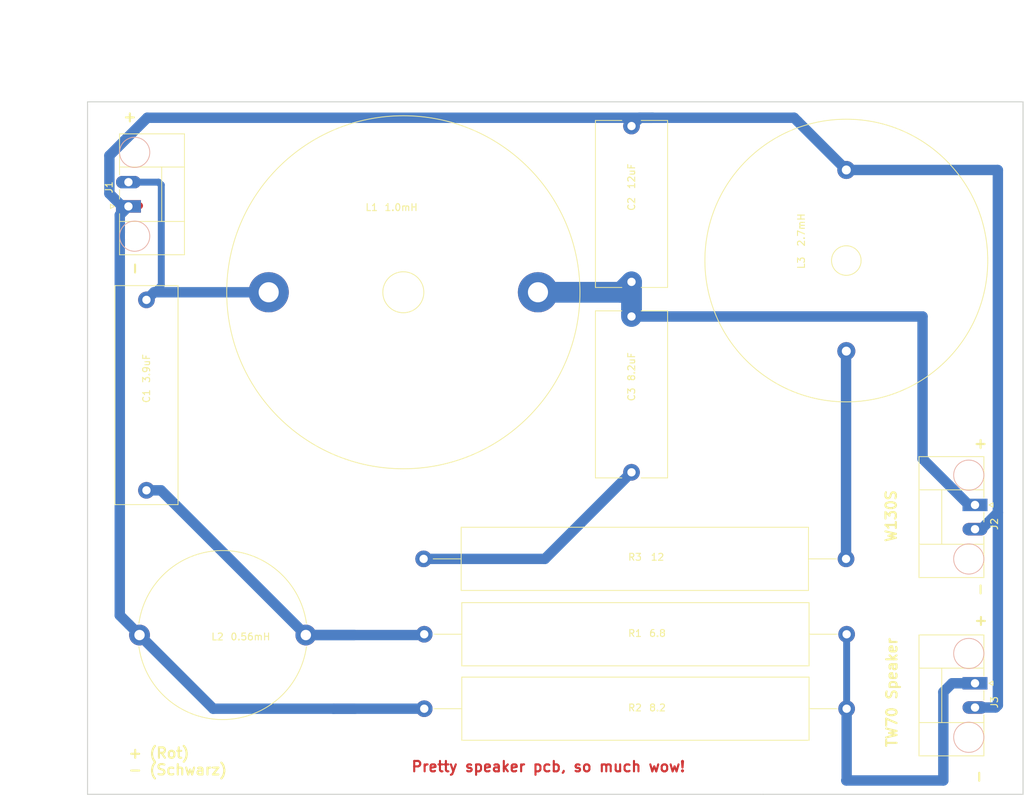
<source format=kicad_pcb>
(kicad_pcb (version 20170922) (host pcbnew "(2017-10-08 revision 246f8ca)-master")

(general
  (thickness 1.6)
  (drawings 18)
  (tracks 57)
  (zones 0)
  (modules 12)
  (nets 8)
)

(page A4)
(layers
  (0 F.Cu signal)
  (31 B.Cu signal)
  (32 B.Adhes user)
  (33 F.Adhes user)
  (34 B.Paste user)
  (35 F.Paste user)
  (36 B.SilkS user)
  (37 F.SilkS user)
  (38 B.Mask user)
  (39 F.Mask user)
  (40 Dwgs.User user)
  (41 Cmts.User user)
  (42 Eco1.User user)
  (43 Eco2.User user)
  (44 Edge.Cuts user)
  (45 Margin user)
  (46 B.CrtYd user)
  (47 F.CrtYd user)
  (48 B.Fab user)
  (49 F.Fab user)
)


(general
  (thickness 1.6)
  (drawings 18)
  (tracks 57)
  (zones 0)
  (modules 12)
  (nets 8)
)

(page A4)
(layers
  (0 F.Cu signal)
  (31 B.Cu signal)
  (32 B.Adhes user)
  (33 F.Adhes user)
  (34 B.Paste user)
  (35 F.Paste user)
  (36 B.SilkS user)
  (37 F.SilkS user)
  (38 B.Mask user)
  (39 F.Mask user)
  (40 Dwgs.User user)
  (41 Cmts.User user)
  (42 Eco1.User user)
  (43 Eco2.User user)
  (44 Edge.Cuts user)
  (45 Margin user)
  (46 B.CrtYd user)
  (47 F.CrtYd user)
  (48 B.Fab user)
  (49 F.Fab user)
)

(setup
  (last_trace_width 0.25)
  (trace_clearance 0.2)
  (zone_clearance 0.508)
  (zone_45_only no)
  (trace_min 0.2)
  (segment_width 0.2)
  (edge_width 0.15)
  (via_size 0.8)
  (via_drill 0.4)
  (via_min_size 0.4)
  (via_min_drill 0.3)
  (uvia_size 0.3)
  (uvia_drill 0.1)
  (uvias_allowed no)
  (uvia_min_size 0.2)
  (uvia_min_drill 0.1)
  (pcb_text_width 0.3)
  (pcb_text_size 1.5 1.5)
  (mod_edge_width 0.15)
  (mod_text_size 1 1)
  (mod_text_width 0.15)
  (pad_size 1.524 1.524)
  (pad_drill 0.762)
  (pad_to_mask_clearance 0.2)
  (aux_axis_origin 35 156)
  (visible_elements FFFFFF7F)
  (pcbplotparams
    (layerselection 0x00030_ffffffff)
    (usegerberextensions false)
    (usegerberattributes true)
    (usegerberadvancedattributes true)
    (creategerberjobfile true)
    (excludeedgelayer true)
    (linewidth 0.100000)
    (plotframeref false)
    (viasonmask false)
    (mode 1)
    (useauxorigin false)
    (hpglpennumber 1)
    (hpglpenspeed 20)
    (hpglpendiameter 15)
    (psnegative false)
    (psa4output false)
    (plotreference true)
    (plotvalue true)
    (plotinvisibletext false)
    (padsonsilk false)
    (subtractmaskfromsilk false)
    (outputformat 1)
    (mirror false)
    (drillshape 1)
    (scaleselection 1)
    (outputdirectory ""))
)

(net 0 "")
(net 1 "Net-(C1-Pad1)")
(net 2 "Net-(J3-Pad1)")
(net 3 "Net-(C2-Pad2)")
(net 4 "Net-(L3-Pad1)")
(net 5 "Net-(C3-Pad2)")
(net 6 "Net-(C1-Pad2)")
(net 7 "Net-(C2-Pad1)")

(net_class Default "This is the default net class."
  (clearance 0.2)
  (trace_width 0.25)
  (via_dia 0.8)
  (via_drill 0.4)
  (uvia_dia 0.3)
  (uvia_drill 0.1)
  (add_net "Net-(C1-Pad1)")
  (add_net "Net-(C1-Pad2)")
  (add_net "Net-(C2-Pad1)")
  (add_net "Net-(C2-Pad2)")
  (add_net "Net-(C3-Pad2)")
  (add_net "Net-(J3-Pad1)")
  (add_net "Net-(L3-Pad1)")
)

(net_class "Large track" ""
  (clearance 0.2)
  (trace_width 1)
  (via_dia 0.8)
  (via_drill 0.4)
  (uvia_dia 0.3)
  (uvia_drill 0.1)
)

  (module Capacitors_THT:C_Rect_L24.0mm_W10.3mm_P22.50mm_MKT (layer F.Cu) (tedit 5B55824E) (tstamp 5B55C3AE)
    (at 126 86 270)
    (descr "C, Rect series, Radial, pin pitch=22.50mm, , length*width=24*10.3mm^2, Capacitor, https://en.tdk.eu/inf/1/1/db/fc_2009/MKT_B32560_564.pdf")
    (tags "C Rect series Radial pin pitch 22.50mm  length 24mm width 10.3mm Capacitor")
    (path /5B54AEF8)
    (fp_text reference C3 (at 11.25 0 270) (layer F.SilkS)
      (effects (font (size 1 1) (thickness 0.15)))
    )
    (fp_text value 8.2uF (at 7.25 0 270) (layer F.SilkS)
      (effects (font (size 1 1) (thickness 0.15)))
    )
    (fp_line (start -0.75 -5.15) (end -0.75 5.15) (layer F.Fab) (width 0.1))
    (fp_line (start -0.75 5.15) (end 23.25 5.15) (layer F.Fab) (width 0.1))
    (fp_line (start 23.25 5.15) (end 23.25 -5.15) (layer F.Fab) (width 0.1))
    (fp_line (start 23.25 -5.15) (end -0.75 -5.15) (layer F.Fab) (width 0.1))
    (fp_line (start -0.81 -5.21) (end 23.31 -5.21) (layer F.SilkS) (width 0.12))
    (fp_line (start -0.81 5.21) (end 23.31 5.21) (layer F.SilkS) (width 0.12))
    (fp_line (start -0.81 -5.21) (end -0.81 -1.395) (layer F.SilkS) (width 0.12))
    (fp_line (start -0.81 1.395) (end -0.81 5.21) (layer F.SilkS) (width 0.12))
    (fp_line (start 23.31 -5.21) (end 23.31 -1.395) (layer F.SilkS) (width 0.12))
    (fp_line (start 23.31 1.395) (end 23.31 5.21) (layer F.SilkS) (width 0.12))
    (fp_line (start -1.45 -5.5) (end -1.45 5.5) (layer F.CrtYd) (width 0.05))
    (fp_line (start -1.45 5.5) (end 23.95 5.5) (layer F.CrtYd) (width 0.05))
    (fp_line (start 23.95 5.5) (end 23.95 -5.5) (layer F.CrtYd) (width 0.05))
    (fp_line (start 23.95 -5.5) (end -1.45 -5.5) (layer F.CrtYd) (width 0.05))
    (fp_text user %R (at 11.25 0 270) (layer F.Fab)
      (effects (font (size 1 1) (thickness 0.15)))
    )
    (pad 1 thru_hole circle (at 0 0 270) (size 2.4 2.4) (drill 1.2) (layers *.Cu *.Mask)
      (net 7 "Net-(C2-Pad1)"))
    (pad 2 thru_hole circle (at 22.5 0 270) (size 2.4 2.4) (drill 1.2) (layers *.Cu *.Mask)
      (net 5 "Net-(C3-Pad2)"))
    (model ${KISYS3DMOD}/Capacitors_THT.3dshapes/C_Rect_L24.0mm_W10.3mm_P22.50mm_MKT.wrl
      (at (xyz 0 0 0))
      (scale (xyz 1 1 1))
      (rotate (xyz 0 0 0))
    )
  )

  (module Capacitors_THT:C_Rect_L24.0mm_W10.3mm_P22.50mm_MKT (layer F.Cu) (tedit 5B55823F) (tstamp 5B55C39A)
    (at 126 81 90)
    (descr "C, Rect series, Radial, pin pitch=22.50mm, , length*width=24*10.3mm^2, Capacitor, https://en.tdk.eu/inf/1/1/db/fc_2009/MKT_B32560_564.pdf")
    (tags "C Rect series Radial pin pitch 22.50mm  length 24mm width 10.3mm Capacitor")
    (path /5B54AE72)
    (fp_text reference C2 (at 11.25 0 90) (layer F.SilkS)
      (effects (font (size 1 1) (thickness 0.15)))
    )
    (fp_text value 12uF (at 15.25 0 90) (layer F.SilkS)
      (effects (font (size 1 1) (thickness 0.15)))
    )
    (fp_text user %R (at 11.25 0 90) (layer F.Fab)
      (effects (font (size 1 1) (thickness 0.15)))
    )
    (fp_line (start 23.95 -5.5) (end -1.45 -5.5) (layer F.CrtYd) (width 0.05))
    (fp_line (start 23.95 5.5) (end 23.95 -5.5) (layer F.CrtYd) (width 0.05))
    (fp_line (start -1.45 5.5) (end 23.95 5.5) (layer F.CrtYd) (width 0.05))
    (fp_line (start -1.45 -5.5) (end -1.45 5.5) (layer F.CrtYd) (width 0.05))
    (fp_line (start 23.31 1.395) (end 23.31 5.21) (layer F.SilkS) (width 0.12))
    (fp_line (start 23.31 -5.21) (end 23.31 -1.395) (layer F.SilkS) (width 0.12))
    (fp_line (start -0.81 1.395) (end -0.81 5.21) (layer F.SilkS) (width 0.12))
    (fp_line (start -0.81 -5.21) (end -0.81 -1.395) (layer F.SilkS) (width 0.12))
    (fp_line (start -0.81 5.21) (end 23.31 5.21) (layer F.SilkS) (width 0.12))
    (fp_line (start -0.81 -5.21) (end 23.31 -5.21) (layer F.SilkS) (width 0.12))
    (fp_line (start 23.25 -5.15) (end -0.75 -5.15) (layer F.Fab) (width 0.1))
    (fp_line (start 23.25 5.15) (end 23.25 -5.15) (layer F.Fab) (width 0.1))
    (fp_line (start -0.75 5.15) (end 23.25 5.15) (layer F.Fab) (width 0.1))
    (fp_line (start -0.75 -5.15) (end -0.75 5.15) (layer F.Fab) (width 0.1))
    (pad 2 thru_hole circle (at 22.5 0 90) (size 2.4 2.4) (drill 1.2) (layers *.Cu *.Mask)
      (net 3 "Net-(C2-Pad2)"))
    (pad 1 thru_hole circle (at 0 0 90) (size 2.4 2.4) (drill 1.2) (layers *.Cu *.Mask)
      (net 7 "Net-(C2-Pad1)"))
    (model ${KISYS3DMOD}/Capacitors_THT.3dshapes/C_Rect_L24.0mm_W10.3mm_P22.50mm_MKT.wrl
      (at (xyz 0 0 0))
      (scale (xyz 1 1 1))
      (rotate (xyz 0 0 0))
    )
  )

  (module Capacitors_THT:C_Rect_L31.5mm_W9.0mm_P27.50mm_MKS4 (layer F.Cu) (tedit 5B55820C) (tstamp 5B55C388)
    (at 56 111.1 90)
    (descr "C, Rect series, Radial, pin pitch=27.50mm, , length*width=31.5*9mm^2, Capacitor, http://www.wima.com/EN/WIMA_MKS_4.pdf")
    (tags "C Rect series Radial pin pitch 27.50mm  length 31.5mm width 9mm Capacitor")
    (path /5B54B301)
    (fp_text reference C1 (at 13.6 0 90) (layer F.SilkS)
      (effects (font (size 1 1) (thickness 0.15)))
    )
    (fp_text value 3.9uF (at 17.6 0 90) (layer F.SilkS)
      (effects (font (size 1 1) (thickness 0.15)))
    )
    (fp_text user %R (at 13.75 0 90) (layer F.Fab)
      (effects (font (size 1 1) (thickness 0.15)))
    )
    (fp_line (start 29.85 -4.85) (end -2.35 -4.85) (layer F.CrtYd) (width 0.05))
    (fp_line (start 29.85 4.85) (end 29.85 -4.85) (layer F.CrtYd) (width 0.05))
    (fp_line (start -2.35 4.85) (end 29.85 4.85) (layer F.CrtYd) (width 0.05))
    (fp_line (start -2.35 -4.85) (end -2.35 4.85) (layer F.CrtYd) (width 0.05))
    (fp_line (start 29.56 -4.56) (end 29.56 4.56) (layer F.SilkS) (width 0.12))
    (fp_line (start -2.06 -4.56) (end -2.06 4.56) (layer F.SilkS) (width 0.12))
    (fp_line (start -2.06 4.56) (end 29.56 4.56) (layer F.SilkS) (width 0.12))
    (fp_line (start -2.06 -4.56) (end 29.56 -4.56) (layer F.SilkS) (width 0.12))
    (fp_line (start 29.5 -4.5) (end -2 -4.5) (layer F.Fab) (width 0.1))
    (fp_line (start 29.5 4.5) (end 29.5 -4.5) (layer F.Fab) (width 0.1))
    (fp_line (start -2 4.5) (end 29.5 4.5) (layer F.Fab) (width 0.1))
    (fp_line (start -2 -4.5) (end -2 4.5) (layer F.Fab) (width 0.1))
    (pad 2 thru_hole circle (at 27.5 0 90) (size 2.4 2.4) (drill 1.2) (layers *.Cu *.Mask)
      (net 6 "Net-(C1-Pad2)"))
    (pad 1 thru_hole circle (at 0 0 90) (size 2.4 2.4) (drill 1.2) (layers *.Cu *.Mask)
      (net 1 "Net-(C1-Pad1)"))
    (model ${KISYS3DMOD}/Capacitors_THT.3dshapes/C_Rect_L31.5mm_W9.0mm_P27.50mm_MKS4.wrl
      (at (xyz 0 0 0))
      (scale (xyz 1 1 1))
      (rotate (xyz 0 0 0))
    )
  )

  (module Connectors_Phoenix:PhoenixContact_MC-GF_02x3.50mm_Angled_ThreadedFlange_MountHole (layer F.Cu) (tedit 59566E61) (tstamp 5B556DE9)
    (at 175.570661 138.962581 270)
    (descr "Generic Phoenix Contact connector footprint for series: MC-GF; number of pins: 02; pin pitch: 3.50mm; Angled; threaded flange; footprint includes mount hole for mounting screw: ISO 1481-ST 2.2x4.5 C or ISO 7049-ST 2.2x4.5 C (http://www.fasteners.eu/standards/ISO/7049/) || order number: 1843790 8A 160V")
    (tags "phoenix_contact connector MC_01x02_GF_3.5mm_MH")
    (path /5B54AB62)
    (fp_text reference J3 (at 2.75 -2.8 270) (layer F.SilkS)
      (effects (font (size 1 1) (thickness 0.15)))
    )
    (fp_text value Conn_01x02 (at 1.75 9 270) (layer F.Fab)
      (effects (font (size 1 1) (thickness 0.15)))
    )
    (fp_text user %R (at 1.75 3 270) (layer F.Fab)
      (effects (font (size 1 1) (thickness 0.15)))
    )
    (fp_line (start 0 0) (end -0.8 -1.2) (layer F.Fab) (width 0.1))
    (fp_line (start 0.8 -1.2) (end 0 0) (layer F.Fab) (width 0.1))
    (fp_line (start -0.3 -2.6) (end 0.3 -2.6) (layer F.SilkS) (width 0.12))
    (fp_line (start 0 -2) (end -0.3 -2.6) (layer F.SilkS) (width 0.12))
    (fp_line (start 0.3 -2.6) (end 0 -2) (layer F.SilkS) (width 0.12))
    (fp_line (start 10.9 -2.3) (end -7.48 -2.3) (layer F.CrtYd) (width 0.05))
    (fp_line (start 10.9 8.5) (end 10.9 -2.3) (layer F.CrtYd) (width 0.05))
    (fp_line (start -7.48 8.5) (end 10.9 8.5) (layer F.CrtYd) (width 0.05))
    (fp_line (start -7.48 -2.3) (end -7.48 8.5) (layer F.CrtYd) (width 0.05))
    (fp_line (start 5.68 -1.28) (end 5.68 8.08) (layer F.SilkS) (width 0.12))
    (fp_line (start -2.18 -1.28) (end -2.18 8.08) (layer F.SilkS) (width 0.12))
    (fp_line (start -2.18 4.8) (end 5.68 4.8) (layer F.SilkS) (width 0.12))
    (fp_line (start 10.4 -1.2) (end -6.9 -1.2) (layer F.Fab) (width 0.1))
    (fp_line (start 10.4 8) (end 10.4 -1.2) (layer F.Fab) (width 0.1))
    (fp_line (start -6.9 8) (end 10.4 8) (layer F.Fab) (width 0.1))
    (fp_line (start -6.9 -1.2) (end -6.9 8) (layer F.Fab) (width 0.1))
    (fp_line (start 1.05 -1.28) (end 2.45 -1.28) (layer F.SilkS) (width 0.12))
    (fp_line (start 10.48 -1.28) (end 4.55 -1.28) (layer F.SilkS) (width 0.12))
    (fp_line (start -6.98 -1.28) (end -1.05 -1.28) (layer F.SilkS) (width 0.12))
    (fp_line (start 10.48 8.08) (end 10.48 -1.28) (layer F.SilkS) (width 0.12))
    (fp_line (start -6.98 8.08) (end 10.48 8.08) (layer F.SilkS) (width 0.12))
    (fp_line (start -6.98 -1.28) (end -6.98 8.08) (layer F.SilkS) (width 0.12))
    (fp_circle (center -4.3 0.9) (end -1.7 0.9) (layer B.CrtYd) (width 0.05))
    (fp_circle (center 7.8 0.9) (end 10.4 0.9) (layer B.CrtYd) (width 0.05))
    (fp_circle (center -4.3 0.9) (end -2.2 0.9) (layer B.Fab) (width 0.1))
    (fp_circle (center 7.8 0.9) (end 9.9 0.9) (layer B.Fab) (width 0.1))
    (fp_circle (center 7.8 0.9) (end 9.98 0.9) (layer B.SilkS) (width 0.12))
    (fp_circle (center -4.3 0.9) (end -2.12 0.9) (layer B.SilkS) (width 0.12))
    (pad "" np_thru_hole circle (at 7.8 0.9 270) (size 2.4 2.4) (drill 2.4) (layers *.Cu *.Mask))
    (pad "" np_thru_hole circle (at -4.3 0.9 270) (size 2.4 2.4) (drill 2.4) (layers *.Cu *.Mask))
    (pad 2 thru_hole oval (at 3.5 0 270) (size 1.8 3.6) (drill 1.2) (layers *.Cu *.Mask)
      (net 3 "Net-(C2-Pad2)"))
    (pad 1 thru_hole rect (at 0 0 270) (size 1.8 3.6) (drill 1.2) (layers *.Cu *.Mask)
      (net 2 "Net-(J3-Pad1)"))
    (model ${KISYS3DMOD}/Connectors_Phoenix.3dshapes/PhoenixContact_MC-GF_02x3.50mm_Angled_ThreadedFlange_MountHole.wrl
      (at (xyz 0 0 0))
      (scale (xyz 1 1 1))
      (rotate (xyz 0 0 0))
    )
  )

  (module Connectors_Phoenix:PhoenixContact_MC-GF_02x3.50mm_Angled_ThreadedFlange_MountHole (layer F.Cu) (tedit 59566E61) (tstamp 5B556DC4)
    (at 175.570661 113.212581 270)
    (descr "Generic Phoenix Contact connector footprint for series: MC-GF; number of pins: 02; pin pitch: 3.50mm; Angled; threaded flange; footprint includes mount hole for mounting screw: ISO 1481-ST 2.2x4.5 C or ISO 7049-ST 2.2x4.5 C (http://www.fasteners.eu/standards/ISO/7049/) || order number: 1843790 8A 160V")
    (tags "phoenix_contact connector MC_01x02_GF_3.5mm_MH")
    (path /5B54AAA7)
    (fp_text reference J2 (at 2.75 -2.8 270) (layer F.SilkS)
      (effects (font (size 1 1) (thickness 0.15)))
    )
    (fp_text value Conn_01x02 (at 1.75 9 270) (layer F.Fab)
      (effects (font (size 1 1) (thickness 0.15)))
    )
    (fp_circle (center -4.3 0.9) (end -2.12 0.9) (layer B.SilkS) (width 0.12))
    (fp_circle (center 7.8 0.9) (end 9.98 0.9) (layer B.SilkS) (width 0.12))
    (fp_circle (center 7.8 0.9) (end 9.9 0.9) (layer B.Fab) (width 0.1))
    (fp_circle (center -4.3 0.9) (end -2.2 0.9) (layer B.Fab) (width 0.1))
    (fp_circle (center 7.8 0.9) (end 10.4 0.9) (layer B.CrtYd) (width 0.05))
    (fp_circle (center -4.3 0.9) (end -1.7 0.9) (layer B.CrtYd) (width 0.05))
    (fp_line (start -6.98 -1.28) (end -6.98 8.08) (layer F.SilkS) (width 0.12))
    (fp_line (start -6.98 8.08) (end 10.48 8.08) (layer F.SilkS) (width 0.12))
    (fp_line (start 10.48 8.08) (end 10.48 -1.28) (layer F.SilkS) (width 0.12))
    (fp_line (start -6.98 -1.28) (end -1.05 -1.28) (layer F.SilkS) (width 0.12))
    (fp_line (start 10.48 -1.28) (end 4.55 -1.28) (layer F.SilkS) (width 0.12))
    (fp_line (start 1.05 -1.28) (end 2.45 -1.28) (layer F.SilkS) (width 0.12))
    (fp_line (start -6.9 -1.2) (end -6.9 8) (layer F.Fab) (width 0.1))
    (fp_line (start -6.9 8) (end 10.4 8) (layer F.Fab) (width 0.1))
    (fp_line (start 10.4 8) (end 10.4 -1.2) (layer F.Fab) (width 0.1))
    (fp_line (start 10.4 -1.2) (end -6.9 -1.2) (layer F.Fab) (width 0.1))
    (fp_line (start -2.18 4.8) (end 5.68 4.8) (layer F.SilkS) (width 0.12))
    (fp_line (start -2.18 -1.28) (end -2.18 8.08) (layer F.SilkS) (width 0.12))
    (fp_line (start 5.68 -1.28) (end 5.68 8.08) (layer F.SilkS) (width 0.12))
    (fp_line (start -7.48 -2.3) (end -7.48 8.5) (layer F.CrtYd) (width 0.05))
    (fp_line (start -7.48 8.5) (end 10.9 8.5) (layer F.CrtYd) (width 0.05))
    (fp_line (start 10.9 8.5) (end 10.9 -2.3) (layer F.CrtYd) (width 0.05))
    (fp_line (start 10.9 -2.3) (end -7.48 -2.3) (layer F.CrtYd) (width 0.05))
    (fp_line (start 0.3 -2.6) (end 0 -2) (layer F.SilkS) (width 0.12))
    (fp_line (start 0 -2) (end -0.3 -2.6) (layer F.SilkS) (width 0.12))
    (fp_line (start -0.3 -2.6) (end 0.3 -2.6) (layer F.SilkS) (width 0.12))
    (fp_line (start 0.8 -1.2) (end 0 0) (layer F.Fab) (width 0.1))
    (fp_line (start 0 0) (end -0.8 -1.2) (layer F.Fab) (width 0.1))
    (fp_text user %R (at 1.75 3 270) (layer F.Fab)
      (effects (font (size 1 1) (thickness 0.15)))
    )
    (pad 1 thru_hole rect (at 0 0 270) (size 1.8 3.6) (drill 1.2) (layers *.Cu *.Mask)
      (net 7 "Net-(C2-Pad1)"))
    (pad 2 thru_hole oval (at 3.5 0 270) (size 1.8 3.6) (drill 1.2) (layers *.Cu *.Mask)
      (net 3 "Net-(C2-Pad2)"))
    (pad "" np_thru_hole circle (at -4.3 0.9 270) (size 2.4 2.4) (drill 2.4) (layers *.Cu *.Mask))
    (pad "" np_thru_hole circle (at 7.8 0.9 270) (size 2.4 2.4) (drill 2.4) (layers *.Cu *.Mask))
    (model ${KISYS3DMOD}/Connectors_Phoenix.3dshapes/PhoenixContact_MC-GF_02x3.50mm_Angled_ThreadedFlange_MountHole.wrl
      (at (xyz 0 0 0))
      (scale (xyz 1 1 1))
      (rotate (xyz 0 0 0))
    )
  )

  (module Connectors_Phoenix:PhoenixContact_MC-GF_02x3.50mm_Angled_ThreadedFlange_MountHole (layer F.Cu) (tedit 5B55827A) (tstamp 5B556D9F)
    (at 53.4 70.1 90)
    (descr "Generic Phoenix Contact connector footprint for series: MC-GF; number of pins: 02; pin pitch: 3.50mm; Angled; threaded flange; footprint includes mount hole for mounting screw: ISO 1481-ST 2.2x4.5 C or ISO 7049-ST 2.2x4.5 C (http://www.fasteners.eu/standards/ISO/7049/) || order number: 1843790 8A 160V")
    (tags "phoenix_contact connector MC_01x02_GF_3.5mm_MH")
    (path /5B54A9EF)
    (fp_text reference J1 (at 2.75 -2.8 90) (layer F.SilkS)
      (effects (font (size 1 1) (thickness 0.15)))
    )
    (fp_text value Conn_01x02 (at 1.75 9 90) (layer F.Fab)
      (effects (font (size 1 1) (thickness 0.15)))
    )
    (fp_text user %R (at 1.75 3 90) (layer F.Fab)
      (effects (font (size 1 1) (thickness 0.15)))
    )
    (fp_line (start 0 0) (end -0.8 -1.2) (layer F.Fab) (width 0.1))
    (fp_line (start 0.8 -1.2) (end 0 0) (layer F.Fab) (width 0.1))
    (fp_line (start -0.3 -2.6) (end 0.3 -2.6) (layer F.SilkS) (width 0.12))
    (fp_line (start 0 -2) (end -0.3 -2.6) (layer F.SilkS) (width 0.12))
    (fp_line (start 0.3 -2.6) (end 0 -2) (layer F.SilkS) (width 0.12))
    (fp_line (start 10.9 -2.3) (end -7.48 -2.3) (layer F.CrtYd) (width 0.05))
    (fp_line (start 10.9 8.5) (end 10.9 -2.3) (layer F.CrtYd) (width 0.05))
    (fp_line (start -7.48 8.5) (end 10.9 8.5) (layer F.CrtYd) (width 0.05))
    (fp_line (start -7.48 -2.3) (end -7.48 8.5) (layer F.CrtYd) (width 0.05))
    (fp_line (start 5.68 -1.28) (end 5.68 8.08) (layer F.SilkS) (width 0.12))
    (fp_line (start -2.18 -1.28) (end -2.18 8.08) (layer F.SilkS) (width 0.12))
    (fp_line (start -2.18 4.8) (end 5.68 4.8) (layer F.SilkS) (width 0.12))
    (fp_line (start 10.4 -1.2) (end -6.9 -1.2) (layer F.Fab) (width 0.1))
    (fp_line (start 10.4 8) (end 10.4 -1.2) (layer F.Fab) (width 0.1))
    (fp_line (start -6.9 8) (end 10.4 8) (layer F.Fab) (width 0.1))
    (fp_line (start -6.9 -1.2) (end -6.9 8) (layer F.Fab) (width 0.1))
    (fp_line (start 1.05 -1.28) (end 2.45 -1.28) (layer F.SilkS) (width 0.12))
    (fp_line (start 10.48 -1.28) (end 4.55 -1.28) (layer F.SilkS) (width 0.12))
    (fp_line (start -6.98 -1.28) (end -1.05 -1.28) (layer F.SilkS) (width 0.12))
    (fp_line (start 10.48 8.08) (end 10.48 -1.28) (layer F.SilkS) (width 0.12))
    (fp_line (start -6.98 8.08) (end 10.48 8.08) (layer F.SilkS) (width 0.12))
    (fp_line (start -6.98 -1.28) (end -6.98 8.08) (layer F.SilkS) (width 0.12))
    (fp_circle (center -4.3 0.9) (end -1.7 0.9) (layer B.CrtYd) (width 0.05))
    (fp_circle (center 7.8 0.9) (end 10.4 0.9) (layer B.CrtYd) (width 0.05))
    (fp_circle (center -4.3 0.9) (end -2.2 0.9) (layer B.Fab) (width 0.1))
    (fp_circle (center 7.8 0.9) (end 9.9 0.9) (layer B.Fab) (width 0.1))
    (fp_circle (center 7.8 0.9) (end 9.98 0.9) (layer B.SilkS) (width 0.12))
    (fp_circle (center -4.3 0.9) (end -2.12 0.9) (layer B.SilkS) (width 0.12))
    (pad "" np_thru_hole circle (at 7.8 0.9 90) (size 2.4 2.4) (drill 2.4) (layers *.Cu *.Mask))
    (pad "" np_thru_hole circle (at -4.3 0.9 90) (size 2.4 2.4) (drill 2.4) (layers *.Cu *.Mask))
    (pad 2 thru_hole oval (at 3.5 0 90) (size 1.8 3.6) (drill 1.2) (layers *.Cu *.Mask)
      (net 6 "Net-(C1-Pad2)"))
    (pad 1 thru_hole rect (at 0 0 90) (size 1.8 3.6) (drill 1.2) (layers *.Cu *.Mask)
      (net 3 "Net-(C2-Pad2)"))
    (model ${KISYS3DMOD}/Connectors_Phoenix.3dshapes/PhoenixContact_MC-GF_02x3.50mm_Angled_ThreadedFlange_MountHole.wrl
      (at (xyz 0 0 0))
      (scale (xyz 1 1 1))
      (rotate (xyz 0 0 0))
    )
  )

  (module Inductors_THT:L_Radial_D24.0mm_P24.00mm (layer F.Cu) (tedit 5B5581FC) (tstamp 5B556D7A)
    (at 79 132 180)
    (descr "L, Radial series, Radial, pin pitch=24.00mm, , diameter=24mm")
    (tags "L Radial series Radial pin pitch 24.00mm  diameter 24mm")
    (path /5B54B8CD)
    (fp_text reference L2 (at 12.75 -0.25 180) (layer F.SilkS)
      (effects (font (size 1 1) (thickness 0.15)))
    )
    (fp_text value 0.56mH (at 8 -0.25 180) (layer F.SilkS)
      (effects (font (size 1 1) (thickness 0.15)))
    )
    (fp_line (start 25.75 -12.35) (end -1.75 -12.35) (layer F.CrtYd) (width 0.05))
    (fp_line (start 25.75 12.35) (end 25.75 -12.35) (layer F.CrtYd) (width 0.05))
    (fp_line (start -1.75 12.35) (end 25.75 12.35) (layer F.CrtYd) (width 0.05))
    (fp_line (start -1.75 -12.35) (end -1.75 12.35) (layer F.CrtYd) (width 0.05))
    (fp_circle (center 12 0) (end 24 0) (layer F.Fab) (width 0.1))
    (fp_arc (start 12 0) (end -0.09 1.68) (angle -164.2) (layer F.SilkS) (width 0.12))
    (fp_arc (start 12 0) (end -0.09 -1.68) (angle 164.2) (layer F.SilkS) (width 0.12))
    (pad 2 thru_hole circle (at 24 0 180) (size 3 3) (drill 1.5) (layers *.Cu *.Mask)
      (net 3 "Net-(C2-Pad2)"))
    (pad 1 thru_hole circle (at 0 0 180) (size 3 3) (drill 1.5) (layers *.Cu *.Mask)
      (net 1 "Net-(C1-Pad1)"))
    (model Inductors_THT.3dshapes/L_Radial_D24.0mm_P24.00mm.wrl
      (at (xyz 0 0 0))
      (scale (xyz 0.393701 0.393701 0.393701))
      (rotate (xyz 0 0 0))
    )
  )

  (module Inductors_THT:L_Radial_D40.6mm_P26.16mm_Vishay_IHB-5 (layer F.Cu) (tedit 5B558265) (tstamp 5B556D6D)
    (at 157 91 90)
    (descr "L, Radial series, Radial, pin pitch=26.16mm, , diameter=40.64mm, Vishay, IHB-5, http://www.vishay.com/docs/34015/ihb.pdf")
    (tags "L Radial series Radial pin pitch 26.16mm  diameter 40.64mm Vishay IHB-5")
    (path /5B54B0F4)
    (fp_text reference L3 (at 12.75 -6.5 90) (layer F.SilkS)
      (effects (font (size 1 1) (thickness 0.15)))
    )
    (fp_text value 2.7mH (at 17.5 -6.5 90) (layer F.SilkS)
      (effects (font (size 1 1) (thickness 0.15)))
    )
    (fp_line (start 33.75 -20.65) (end -7.55 -20.65) (layer F.CrtYd) (width 0.05))
    (fp_line (start 33.75 20.65) (end 33.75 -20.65) (layer F.CrtYd) (width 0.05))
    (fp_line (start -7.55 20.65) (end 33.75 20.65) (layer F.CrtYd) (width 0.05))
    (fp_line (start -7.55 -20.65) (end -7.55 20.65) (layer F.CrtYd) (width 0.05))
    (fp_circle (center 13.08 0) (end 15.215 0) (layer F.SilkS) (width 0.12))
    (fp_circle (center 13.08 0) (end 33.49 0) (layer F.SilkS) (width 0.12))
    (fp_circle (center 13.08 0) (end 15.305 0) (layer F.Fab) (width 0.1))
    (fp_circle (center 13.08 0) (end 33.4 0) (layer F.Fab) (width 0.1))
    (pad 2 thru_hole circle (at 26.16 0 90) (size 2.6 2.6) (drill 1.3) (layers *.Cu *.Mask)
      (net 3 "Net-(C2-Pad2)"))
    (pad 1 thru_hole circle (at 0 0 90) (size 2.6 2.6) (drill 1.3) (layers *.Cu *.Mask)
      (net 4 "Net-(L3-Pad1)"))
    (model Inductors_THT.3dshapes/L_Radial_D40.6mm_P26.16mm_Vishay_IHB-5.wrl
      (at (xyz 0 0 0))
      (scale (xyz 0.393701 0.393701 0.393701))
      (rotate (xyz 0 0 0))
    )
  )

  (module Inductors_THT:L_Radial_D50.8mm_P38.86mm_Vishay_IHB-6 (layer F.Cu) (tedit 5B55822E) (tstamp 5B556D5F)
    (at 112.5 82.5 180)
    (descr "L, Radial series, Radial, pin pitch=38.86mm, , diameter=50.8mm, Vishay, IHB-6, http://www.vishay.com/docs/34015/ihb.pdf")
    (tags "L Radial series Radial pin pitch 38.86mm  diameter 50.8mm Vishay IHB-6")
    (path /5B54A8BC)
    (fp_text reference L1 (at 24 12.25 180) (layer F.SilkS)
      (effects (font (size 1 1) (thickness 0.15)))
    )
    (fp_text value 1.0mH (at 19.75 12.25 180) (layer F.SilkS)
      (effects (font (size 1 1) (thickness 0.15)))
    )
    (fp_circle (center 19.43 0) (end 44.83 0) (layer F.Fab) (width 0.1))
    (fp_circle (center 19.43 0) (end 22.48 0) (layer F.Fab) (width 0.1))
    (fp_circle (center 19.43 0) (end 44.92 0) (layer F.SilkS) (width 0.12))
    (fp_circle (center 19.43 0) (end 22.39 0) (layer F.SilkS) (width 0.12))
    (fp_line (start -6.3 -25.75) (end -6.3 25.75) (layer F.CrtYd) (width 0.05))
    (fp_line (start -6.3 25.75) (end 45.15 25.75) (layer F.CrtYd) (width 0.05))
    (fp_line (start 45.15 25.75) (end 45.15 -25.75) (layer F.CrtYd) (width 0.05))
    (fp_line (start 45.15 -25.75) (end -6.3 -25.75) (layer F.CrtYd) (width 0.05))
    (pad 1 thru_hole circle (at 0 0 180) (size 5.8 5.8) (drill 2.9) (layers *.Cu *.Mask)
      (net 7 "Net-(C2-Pad1)"))
    (pad 2 thru_hole circle (at 38.86 0 180) (size 5.8 5.8) (drill 2.9) (layers *.Cu *.Mask)
      (net 6 "Net-(C1-Pad2)"))
    (model Inductors_THT.3dshapes/L_Radial_D50.8mm_P38.86mm_Vishay_IHB-6.wrl
      (at (xyz 0 0 0))
      (scale (xyz 0.393701 0.393701 0.393701))
      (rotate (xyz 0 0 0))
    )
  )

  (module Resistors_THT:R_Axial_Power_L50.0mm_W9.0mm_P60.96mm (layer F.Cu) (tedit 5B5581EA) (tstamp 5B556D51)
    (at 96 121)
    (descr "Resistor, Axial_Power series, Axial, Horizontal, pin pitch=60.96mm, 11W, length*diameter=50*9mm^2, http://cdn-reichelt.de/documents/datenblatt/B1/1WAXIAL_9WAXIAL_11WAXIAL_17WAXIAL%23YAG.pdf")
    (tags "Resistor Axial_Power series Axial Horizontal pin pitch 60.96mm 11W length 50mm diameter 9mm")
    (path /5B54B067)
    (fp_text reference R3 (at 30.5 -0.25) (layer F.SilkS)
      (effects (font (size 1 1) (thickness 0.15)))
    )
    (fp_text value 12 (at 33.75 -0.25) (layer F.SilkS)
      (effects (font (size 1 1) (thickness 0.15)))
    )
    (fp_line (start 62.45 -4.85) (end -1.45 -4.85) (layer F.CrtYd) (width 0.05))
    (fp_line (start 62.45 4.85) (end 62.45 -4.85) (layer F.CrtYd) (width 0.05))
    (fp_line (start -1.45 4.85) (end 62.45 4.85) (layer F.CrtYd) (width 0.05))
    (fp_line (start -1.45 -4.85) (end -1.45 4.85) (layer F.CrtYd) (width 0.05))
    (fp_line (start 59.58 0) (end 55.54 0) (layer F.SilkS) (width 0.12))
    (fp_line (start 1.38 0) (end 5.42 0) (layer F.SilkS) (width 0.12))
    (fp_line (start 55.54 -4.56) (end 5.42 -4.56) (layer F.SilkS) (width 0.12))
    (fp_line (start 55.54 4.56) (end 55.54 -4.56) (layer F.SilkS) (width 0.12))
    (fp_line (start 5.42 4.56) (end 55.54 4.56) (layer F.SilkS) (width 0.12))
    (fp_line (start 5.42 -4.56) (end 5.42 4.56) (layer F.SilkS) (width 0.12))
    (fp_line (start 60.96 0) (end 55.48 0) (layer F.Fab) (width 0.1))
    (fp_line (start 0 0) (end 5.48 0) (layer F.Fab) (width 0.1))
    (fp_line (start 55.48 -4.5) (end 5.48 -4.5) (layer F.Fab) (width 0.1))
    (fp_line (start 55.48 4.5) (end 55.48 -4.5) (layer F.Fab) (width 0.1))
    (fp_line (start 5.48 4.5) (end 55.48 4.5) (layer F.Fab) (width 0.1))
    (fp_line (start 5.48 -4.5) (end 5.48 4.5) (layer F.Fab) (width 0.1))
    (pad 2 thru_hole oval (at 60.96 0) (size 2.4 2.4) (drill 1.2) (layers *.Cu *.Mask)
      (net 4 "Net-(L3-Pad1)"))
    (pad 1 thru_hole circle (at 0 0) (size 2.4 2.4) (drill 1.2) (layers *.Cu *.Mask)
      (net 5 "Net-(C3-Pad2)"))
    (model ${KISYS3DMOD}/Resistors_THT.3dshapes/R_Axial_Power_L50.0mm_W9.0mm_P60.96mm.wrl
      (at (xyz 0 0 0))
      (scale (xyz 0.393701 0.393701 0.393701))
      (rotate (xyz 0 0 0))
    )
  )

  (module Resistors_THT:R_Axial_Power_L50.0mm_W9.0mm_P60.96mm (layer F.Cu) (tedit 5B5581E0) (tstamp 5B556D3B)
    (at 157.045939 142.636278 180)
    (descr "Resistor, Axial_Power series, Axial, Horizontal, pin pitch=60.96mm, 11W, length*diameter=50*9mm^2, http://cdn-reichelt.de/documents/datenblatt/B1/1WAXIAL_9WAXIAL_11WAXIAL_17WAXIAL%23YAG.pdf")
    (tags "Resistor Axial_Power series Axial Horizontal pin pitch 60.96mm 11W length 50mm diameter 9mm")
    (path /5B54BA19)
    (fp_text reference R2 (at 30.545939 0.136278 180) (layer F.SilkS)
      (effects (font (size 1 1) (thickness 0.15)))
    )
    (fp_text value 8.2 (at 27.295939 0.136278 180) (layer F.SilkS)
      (effects (font (size 1 1) (thickness 0.15)))
    )
    (fp_line (start 5.48 -4.5) (end 5.48 4.5) (layer F.Fab) (width 0.1))
    (fp_line (start 5.48 4.5) (end 55.48 4.5) (layer F.Fab) (width 0.1))
    (fp_line (start 55.48 4.5) (end 55.48 -4.5) (layer F.Fab) (width 0.1))
    (fp_line (start 55.48 -4.5) (end 5.48 -4.5) (layer F.Fab) (width 0.1))
    (fp_line (start 0 0) (end 5.48 0) (layer F.Fab) (width 0.1))
    (fp_line (start 60.96 0) (end 55.48 0) (layer F.Fab) (width 0.1))
    (fp_line (start 5.42 -4.56) (end 5.42 4.56) (layer F.SilkS) (width 0.12))
    (fp_line (start 5.42 4.56) (end 55.54 4.56) (layer F.SilkS) (width 0.12))
    (fp_line (start 55.54 4.56) (end 55.54 -4.56) (layer F.SilkS) (width 0.12))
    (fp_line (start 55.54 -4.56) (end 5.42 -4.56) (layer F.SilkS) (width 0.12))
    (fp_line (start 1.38 0) (end 5.42 0) (layer F.SilkS) (width 0.12))
    (fp_line (start 59.58 0) (end 55.54 0) (layer F.SilkS) (width 0.12))
    (fp_line (start -1.45 -4.85) (end -1.45 4.85) (layer F.CrtYd) (width 0.05))
    (fp_line (start -1.45 4.85) (end 62.45 4.85) (layer F.CrtYd) (width 0.05))
    (fp_line (start 62.45 4.85) (end 62.45 -4.85) (layer F.CrtYd) (width 0.05))
    (fp_line (start 62.45 -4.85) (end -1.45 -4.85) (layer F.CrtYd) (width 0.05))
    (pad 1 thru_hole circle (at 0 0 180) (size 2.4 2.4) (drill 1.2) (layers *.Cu *.Mask)
      (net 2 "Net-(J3-Pad1)"))
    (pad 2 thru_hole oval (at 60.96 0 180) (size 2.4 2.4) (drill 1.2) (layers *.Cu *.Mask)
      (net 3 "Net-(C2-Pad2)"))
    (model ${KISYS3DMOD}/Resistors_THT.3dshapes/R_Axial_Power_L50.0mm_W9.0mm_P60.96mm.wrl
      (at (xyz 0 0 0))
      (scale (xyz 0.393701 0.393701 0.393701))
      (rotate (xyz 0 0 0))
    )
  )

  (module Resistors_THT:R_Axial_Power_L50.0mm_W9.0mm_P60.96mm (layer F.Cu) (tedit 5B5581E5) (tstamp 5B556D25)
    (at 157.045939 131.886278 180)
    (descr "Resistor, Axial_Power series, Axial, Horizontal, pin pitch=60.96mm, 11W, length*diameter=50*9mm^2, http://cdn-reichelt.de/documents/datenblatt/B1/1WAXIAL_9WAXIAL_11WAXIAL_17WAXIAL%23YAG.pdf")
    (tags "Resistor Axial_Power series Axial Horizontal pin pitch 60.96mm 11W length 50mm diameter 9mm")
    (path /5B54B55C)
    (fp_text reference R1 (at 30.545939 0.136278 180) (layer F.SilkS)
      (effects (font (size 1 1) (thickness 0.15)))
    )
    (fp_text value 6.8 (at 27.295939 0.136278 180) (layer F.SilkS)
      (effects (font (size 1 1) (thickness 0.15)))
    )
    (fp_line (start 62.45 -4.85) (end -1.45 -4.85) (layer F.CrtYd) (width 0.05))
    (fp_line (start 62.45 4.85) (end 62.45 -4.85) (layer F.CrtYd) (width 0.05))
    (fp_line (start -1.45 4.85) (end 62.45 4.85) (layer F.CrtYd) (width 0.05))
    (fp_line (start -1.45 -4.85) (end -1.45 4.85) (layer F.CrtYd) (width 0.05))
    (fp_line (start 59.58 0) (end 55.54 0) (layer F.SilkS) (width 0.12))
    (fp_line (start 1.38 0) (end 5.42 0) (layer F.SilkS) (width 0.12))
    (fp_line (start 55.54 -4.56) (end 5.42 -4.56) (layer F.SilkS) (width 0.12))
    (fp_line (start 55.54 4.56) (end 55.54 -4.56) (layer F.SilkS) (width 0.12))
    (fp_line (start 5.42 4.56) (end 55.54 4.56) (layer F.SilkS) (width 0.12))
    (fp_line (start 5.42 -4.56) (end 5.42 4.56) (layer F.SilkS) (width 0.12))
    (fp_line (start 60.96 0) (end 55.48 0) (layer F.Fab) (width 0.1))
    (fp_line (start 0 0) (end 5.48 0) (layer F.Fab) (width 0.1))
    (fp_line (start 55.48 -4.5) (end 5.48 -4.5) (layer F.Fab) (width 0.1))
    (fp_line (start 55.48 4.5) (end 55.48 -4.5) (layer F.Fab) (width 0.1))
    (fp_line (start 5.48 4.5) (end 55.48 4.5) (layer F.Fab) (width 0.1))
    (fp_line (start 5.48 -4.5) (end 5.48 4.5) (layer F.Fab) (width 0.1))
    (pad 2 thru_hole oval (at 60.96 0 180) (size 2.4 2.4) (drill 1.2) (layers *.Cu *.Mask)
      (net 1 "Net-(C1-Pad1)"))
    (pad 1 thru_hole circle (at 0 0 180) (size 2.4 2.4) (drill 1.2) (layers *.Cu *.Mask)
      (net 2 "Net-(J3-Pad1)"))
    (model ${KISYS3DMOD}/Resistors_THT.3dshapes/R_Axial_Power_L50.0mm_W9.0mm_P60.96mm.wrl
      (at (xyz 0 0 0))
      (scale (xyz 0.393701 0.393701 0.393701))
      (rotate (xyz 0 0 0))
    )
  )

  (gr_text "Pretty speaker pcb, so much wow!" (at 114 151) (layer F.Cu) (tstamp 5B55D315)
    (effects (font (size 1.5 1.5) (thickness 0.3)))
  )
  (gr_text "Pretty speaker pcb, so much wow!" (at 114 151) (layer F.Mask)
    (effects (font (size 1.5 1.5) (thickness 0.3)))
  )
  (gr_text "+ (Rot)\n- (Schwarz)" (at 53.25 150.25) (layer F.SilkS)
    (effects (font (size 1.5 1.5) (thickness 0.3)) (justify left))
  )
  (gr_text + (at 176.270661 104.412581 90) (layer F.SilkS)
    (effects (font (size 1.5 1.5) (thickness 0.3)))
  )
  (gr_text - (at 176.270661 125.412581 90) (layer F.SilkS)
    (effects (font (size 1.5 1.5) (thickness 0.3)))
  )
  (gr_text W130S (at 163.470661 114.812581 90) (layer F.SilkS)
    (effects (font (size 1.5 1.5) (thickness 0.3)))
  )
  (gr_line (start 182.5 155) (end 145 155) (layer Edge.Cuts) (width 0.15))
  (gr_line (start 182.5 55) (end 182.5 155) (layer Edge.Cuts) (width 0.15))
  (gr_line (start 47.5 55) (end 182.5 55) (layer Edge.Cuts) (width 0.15))
  (gr_text + (at 53.5 57.25 90) (layer F.SilkS)
    (effects (font (size 1.5 1.5) (thickness 0.3)))
  )
  (gr_text "- \n" (at 54.25 78.5 90) (layer F.SilkS)
    (effects (font (size 1.5 1.5) (thickness 0.3)))
  )
  (gr_text "TW70 Speaker " (at 163.570661 139.712581 90) (layer F.SilkS)
    (effects (font (size 1.5 1.5) (thickness 0.3)))
  )
  (gr_text + (at 176.320661 129.962581 90) (layer F.SilkS)
    (effects (font (size 1.5 1.5) (thickness 0.3)))
  )
  (gr_text - (at 176.070661 152.462581 90) (layer F.SilkS)
    (effects (font (size 1.5 1.5) (thickness 0.3)))
  )
  (gr_line (start 47.5 155) (end 145 155) (layer Edge.Cuts) (width 0.15))
  (gr_line (start 47.5 55) (end 47.5 155) (layer Edge.Cuts) (width 0.15))
  (dimension 135 (width 0.3) (layer Cmts.User)
    (gr_text "135.000 mm" (at 115 42.15) (layer Cmts.User) (tstamp 5B5584D9)
      (effects (font (size 1.5 1.5) (thickness 0.3)))
    )
    (feature1 (pts (xy 182.5 50) (xy 182.5 40.8)))
    (feature2 (pts (xy 47.5 50) (xy 47.5 40.8)))
    (crossbar (pts (xy 47.5 43.5) (xy 182.5 43.5)))
    (arrow1a (pts (xy 182.5 43.5) (xy 181.373496 44.086421)))
    (arrow1b (pts (xy 182.5 43.5) (xy 181.373496 42.913579)))
    (arrow2a (pts (xy 47.5 43.5) (xy 48.626504 44.086421)))
    (arrow2b (pts (xy 47.5 43.5) (xy 48.626504 42.913579)))
  )
  (dimension 100 (width 0.3) (layer Cmts.User)
    (gr_text "100.000 mm" (at 41.15 105 90) (layer Cmts.User)
      (effects (font (size 1.5 1.5) (thickness 0.3)))
    )
    (feature1 (pts (xy 45 55) (xy 39.8 55)))
    (feature2 (pts (xy 45 155) (xy 39.8 155)))
    (crossbar (pts (xy 42.5 155) (xy 42.5 55)))
    (arrow1a (pts (xy 42.5 55) (xy 43.086421 56.126504)))
    (arrow1b (pts (xy 42.5 55) (xy 41.913579 56.126504)))
    (arrow2a (pts (xy 42.5 155) (xy 43.086421 153.873496)))
    (arrow2b (pts (xy 42.5 155) (xy 41.913579 153.873496)))
  )

  (segment (start 79 132) (end 95.972217 132) (width 1.5) (layer B.Cu) (net 1))
  (segment (start 95.972217 132) (end 96.085939 131.886278) (width 1.5) (layer F.Cu) (net 1))
  (segment (start 79 132) (end 58.1 111.1) (width 1.5) (layer B.Cu) (net 1))
  (segment (start 58.1 111.1) (end 56 111.1) (width 1.5) (layer B.Cu) (net 1))
  (segment (start 79 132) (end 85.972217 132) (width 1.5) (layer B.Cu) (net 1))
  (segment (start 157 153) (end 157.045939 152.954061) (width 1.5) (layer B.Cu) (net 2))
  (segment (start 157.045939 152.954061) (end 157.045939 142.636278) (width 1.5) (layer B.Cu) (net 2))
  (segment (start 171 153) (end 157 153) (width 1.5) (layer B.Cu) (net 2))
  (segment (start 171 140.233242) (end 171 153) (width 1.5) (layer B.Cu) (net 2))
  (segment (start 175.570661 138.962581) (end 172.270661 138.962581) (width 1.5) (layer B.Cu) (net 2))
  (segment (start 172.270661 138.962581) (end 171 140.233242) (width 1.5) (layer B.Cu) (net 2))
  (segment (start 157.045939 131.886278) (end 157.045939 142.636278) (width 1) (layer B.Cu) (net 2))
  (segment (start 83 142.636278) (end 86.085939 142.636278) (width 1.5) (layer B.Cu) (net 3))
  (segment (start 65.636278 142.636278) (end 83 142.636278) (width 1.5) (layer B.Cu) (net 3))
  (segment (start 83 142.636278) (end 96.085939 142.636278) (width 1.5) (layer B.Cu) (net 3))
  (segment (start 55 132) (end 65.636278 142.636278) (width 1.5) (layer B.Cu) (net 3))
  (segment (start 53.4 70.1) (end 52.149999 71.350001) (width 1.5) (layer B.Cu) (net 3))
  (segment (start 52.149999 129.149999) (end 53.500001 130.500001) (width 1.5) (layer B.Cu) (net 3))
  (segment (start 52.149999 71.350001) (end 52.149999 129.149999) (width 1.5) (layer B.Cu) (net 3))
  (segment (start 53.500001 130.500001) (end 55 132) (width 1.5) (layer B.Cu) (net 3))
  (segment (start 127.199999 57.300001) (end 129 57.300001) (width 1.5) (layer B.Cu) (net 3))
  (segment (start 129 57.300001) (end 149.460001 57.300001) (width 1.5) (layer B.Cu) (net 3))
  (segment (start 50.64999 62.768008) (end 56.117997 57.300001) (width 1.5) (layer B.Cu) (net 3))
  (segment (start 53.4 70.1) (end 52.5 70.1) (width 1.5) (layer F.Cu) (net 3))
  (segment (start 52.5 70.1) (end 50.64999 68.24999) (width 1.5) (layer B.Cu) (net 3))
  (segment (start 50.64999 68.24999) (end 50.64999 62.768008) (width 1.5) (layer B.Cu) (net 3))
  (segment (start 56.117997 57.300001) (end 129 57.300001) (width 1.5) (layer B.Cu) (net 3))
  (segment (start 150 57.84) (end 157 64.84) (width 1.5) (layer B.Cu) (net 3))
  (segment (start 126 58.5) (end 127.199999 57.300001) (width 1.5) (layer B.Cu) (net 3))
  (segment (start 149.460001 57.300001) (end 150 57.84) (width 1.5) (layer B.Cu) (net 3))
  (segment (start 157 64.84) (end 178.84 64.84) (width 1.5) (layer B.Cu) (net 3))
  (segment (start 178.870661 142.129339) (end 178.537419 142.462581) (width 1.5) (layer B.Cu) (net 3))
  (segment (start 178.537419 142.462581) (end 175.570661 142.462581) (width 1.5) (layer B.Cu) (net 3))
  (segment (start 178.870661 114.312581) (end 178.870661 142.129339) (width 1.5) (layer B.Cu) (net 3))
  (segment (start 175.570661 116.712581) (end 176.470661 116.712581) (width 1.5) (layer F.Cu) (net 3))
  (segment (start 176.470661 142.462581) (end 175.570661 142.462581) (width 1.5) (layer F.Cu) (net 3))
  (segment (start 178.84 64.84) (end 178.870661 64.870661) (width 1.5) (layer B.Cu) (net 3))
  (segment (start 178.870661 64.870661) (end 178.870661 114.312581) (width 1.5) (layer B.Cu) (net 3))
  (segment (start 178.870661 114.312581) (end 176.470661 116.712581) (width 1.5) (layer B.Cu) (net 3))
  (segment (start 55 70) (end 54.1 70) (width 1) (layer F.Cu) (net 3))
  (segment (start 156.96 121) (end 156.96 91.04) (width 1.5) (layer B.Cu) (net 4))
  (segment (start 96 121) (end 113.5 121) (width 1.5) (layer B.Cu) (net 5))
  (segment (start 113.5 121) (end 126 108.5) (width 1.5) (layer B.Cu) (net 5))
  (segment (start 73.64 82.5) (end 57.1 82.5) (width 1.5) (layer B.Cu) (net 6))
  (segment (start 57.1 82.5) (end 56 83.6) (width 1.5) (layer B.Cu) (net 6))
  (segment (start 57.74 66.6) (end 58.14 67) (width 1) (layer B.Cu) (net 6))
  (segment (start 58.14 67) (end 58.14 81.46) (width 1) (layer B.Cu) (net 6))
  (segment (start 58.14 81.46) (end 56 83.6) (width 1) (layer B.Cu) (net 6))
  (segment (start 53.4 66.6) (end 57.74 66.6) (width 1) (layer B.Cu) (net 6))
  (segment (start 71.9 82.5) (end 73.64 82.5) (width 1) (layer F.Cu) (net 6))
  (segment (start 168 106.54192) (end 174.670661 113.212581) (width 1.5) (layer B.Cu) (net 7))
  (segment (start 126 86) (end 168 86) (width 1.5) (layer B.Cu) (net 7))
  (segment (start 168 86) (end 168 106.54192) (width 1.5) (layer B.Cu) (net 7))
  (segment (start 174.670661 113.212581) (end 175.570661 113.212581) (width 1.5) (layer F.Cu) (net 7))
  (segment (start 112.5 82.5) (end 124.5 82.5) (width 3) (layer B.Cu) (net 7))
  (segment (start 124.5 82.5) (end 126 81) (width 3) (layer B.Cu) (net 7))
  (segment (start 126 86) (end 126 81) (width 3) (layer B.Cu) (net 7))

)

</source>
